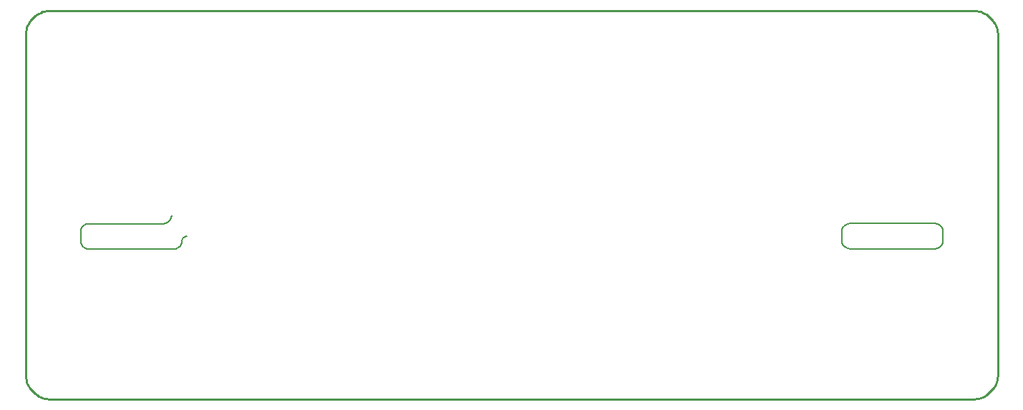
<source format=gm1>
G04*
G04 #@! TF.GenerationSoftware,Altium Limited,Altium Designer,21.3.2 (30)*
G04*
G04 Layer_Color=16711935*
%FSLAX44Y44*%
%MOMM*%
G71*
G04*
G04 #@! TF.SameCoordinates,F6AF6AA3-D760-431E-B483-83C9D8F16B82*
G04*
G04*
G04 #@! TF.FilePolarity,Positive*
G04*
G01*
G75*
%ADD10C,0.2500*%
%ADD170C,0.1500*%
D10*
X30000Y460000D02*
X27523Y459897D01*
X25062Y459591D01*
X22636Y459082D01*
X20259Y458374D01*
X17949Y457473D01*
X15722Y456384D01*
X13592Y455115D01*
X11574Y453674D01*
X9682Y452072D01*
X7928Y450318D01*
X6326Y448426D01*
X4885Y446409D01*
X3616Y444278D01*
X2527Y442051D01*
X1626Y439741D01*
X918Y437365D01*
X409Y434938D01*
X103Y432477D01*
X0Y430000D01*
X1150000D02*
X1149897Y432477D01*
X1149591Y434938D01*
X1149082Y437365D01*
X1148374Y439741D01*
X1147473Y442051D01*
X1146384Y444278D01*
X1145115Y446409D01*
X1143674Y448426D01*
X1142072Y450318D01*
X1140318Y452072D01*
X1138426Y453674D01*
X1136408Y455115D01*
X1134278Y456384D01*
X1132051Y457473D01*
X1129741Y458374D01*
X1127364Y459082D01*
X1124938Y459591D01*
X1122477Y459897D01*
X1120000Y460000D01*
X1120000Y0D02*
X1122477Y103D01*
X1124938Y409D01*
X1127364Y918D01*
X1129741Y1626D01*
X1132051Y2527D01*
X1134278Y3616D01*
X1136408Y4885D01*
X1138426Y6326D01*
X1140318Y7928D01*
X1142072Y9682D01*
X1143674Y11574D01*
X1145115Y13592D01*
X1146384Y15722D01*
X1147473Y17949D01*
X1148374Y20259D01*
X1149082Y22635D01*
X1149591Y25062D01*
X1149897Y27523D01*
X1150000Y30000D01*
X0Y30000D02*
X103Y27523D01*
X409Y25062D01*
X918Y22636D01*
X1626Y20259D01*
X2527Y17949D01*
X3616Y15722D01*
X4885Y13592D01*
X6326Y11574D01*
X7928Y9682D01*
X9682Y7929D01*
X11574Y6326D01*
X13592Y4885D01*
X15722Y3616D01*
X17949Y2527D01*
X20259Y1626D01*
X22636Y918D01*
X25062Y409D01*
X27523Y103D01*
X30000Y0D01*
X1120000Y0D01*
X0Y30000D02*
X0Y430000D01*
X30000Y460000D02*
X1120000D01*
X1150000Y430000D02*
X1150000Y30000D01*
D170*
X1085361Y197933D02*
X1085020Y200522D01*
X1084021Y202934D01*
X1082432Y205005D01*
X1080361Y206594D01*
X1077949Y207593D01*
X1075361Y207933D01*
X975361D02*
X972773Y207593D01*
X970361Y206594D01*
X968290Y205005D01*
X966700Y202934D01*
X965701Y200522D01*
X965361Y197933D01*
Y187933D02*
X965701Y185345D01*
X966700Y182933D01*
X968290Y180862D01*
X970361Y179273D01*
X972773Y178274D01*
X975361Y177933D01*
X1075361D02*
X1077949Y178274D01*
X1080361Y179273D01*
X1082432Y180862D01*
X1084021Y182933D01*
X1085020Y185345D01*
X1085361Y187933D01*
X190753Y192786D02*
X187998Y192048D01*
X185981Y190031D01*
X185243Y187276D01*
X175260Y177673D02*
X177849Y178014D01*
X180260Y179013D01*
X182332Y180602D01*
X183921Y182673D01*
X184920Y185085D01*
X185260Y187673D01*
X162748Y207673D02*
X165336Y208014D01*
X167748Y209013D01*
X169819Y210602D01*
X171408Y212673D01*
X172407Y215085D01*
X172748Y217673D01*
X75260Y207676D02*
X72672Y207335D01*
X70260Y206336D01*
X68189Y204747D01*
X66600Y202676D01*
X65601Y200264D01*
X65260Y197676D01*
Y187676D02*
X65601Y185088D01*
X66600Y182676D01*
X68189Y180605D01*
X70260Y179016D01*
X72672Y178017D01*
X75260Y177676D01*
X975361Y207933D02*
X1075361D01*
X975361Y177933D02*
X1075361D01*
X1085361Y187933D02*
Y197933D01*
X965361Y187933D02*
Y197933D01*
X75260Y207676D02*
X162748D01*
X75260Y177676D02*
X175260D01*
X65260Y187676D02*
Y197676D01*
M02*

</source>
